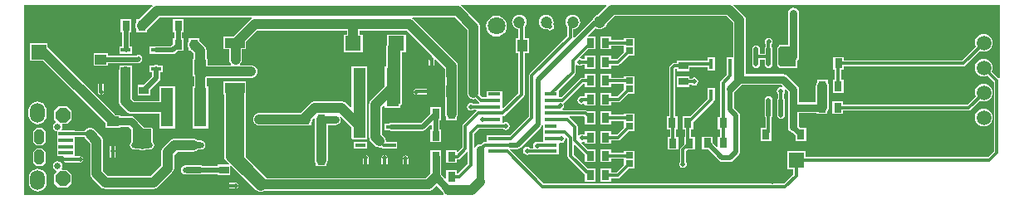
<source format=gtl>
%FSLAX25Y25*%
%MOIN*%
G70*
G01*
G75*
G04 Layer_Physical_Order=1*
G04 Layer_Color=255*
%ADD10R,0.05118X0.15748*%
%ADD11R,0.03937X0.03150*%
%ADD12R,0.03150X0.03937*%
%ADD13R,0.01969X0.07874*%
%ADD14O,0.01969X0.07874*%
%ADD15R,0.06299X0.05906*%
%ADD16R,0.01575X0.03937*%
%ADD17R,0.03150X0.02559*%
%ADD18R,0.03937X0.04724*%
%ADD19R,0.04724X0.03937*%
%ADD20R,0.07874X0.04134*%
%ADD21R,0.26772X0.25984*%
%ADD22O,0.08500X0.02362*%
%ADD23R,0.08500X0.02362*%
%ADD24R,0.03937X0.01575*%
%ADD25R,0.04724X0.05906*%
%ADD26C,0.04724*%
%ADD27R,0.05118X0.01260*%
%ADD28R,0.05906X0.01378*%
%ADD29P,0.06392X8X22.5*%
G04:AMPARAMS|DCode=30|XSize=39.37mil|YSize=59.06mil|CornerRadius=0mil|HoleSize=0mil|Usage=FLASHONLY|Rotation=180.000|XOffset=0mil|YOffset=0mil|HoleType=Round|Shape=Octagon|*
%AMOCTAGOND30*
4,1,8,0.00984,-0.02953,-0.00984,-0.02953,-0.01969,-0.01969,-0.01969,0.01969,-0.00984,0.02953,0.00984,0.02953,0.01969,0.01969,0.01969,-0.01969,0.00984,-0.02953,0.0*
%
%ADD30OCTAGOND30*%

%ADD31C,0.01181*%
%ADD32C,0.03937*%
%ADD33C,0.03150*%
%ADD34C,0.01969*%
%ADD35C,0.02362*%
%ADD36C,0.00600*%
%ADD37R,0.04764X0.28031*%
%ADD38R,0.04646X0.26732*%
%ADD39R,0.07356X0.27834*%
%ADD40R,0.05236X0.08032*%
%ADD41R,0.07244X0.06654*%
%ADD42C,0.07087*%
%ADD43R,0.05906X0.05906*%
%ADD44C,0.05906*%
%ADD45R,0.05906X0.05906*%
%ADD46O,0.05906X0.07874*%
%ADD47C,0.02559*%
%ADD48C,0.01969*%
G36*
X234778Y77166D02*
X231176Y73563D01*
X230708Y73370D01*
X230521Y73333D01*
X230000Y72985D01*
X229902Y72838D01*
X229845Y72795D01*
X229372Y72178D01*
X229250Y71885D01*
X229160Y71824D01*
X229160Y71824D01*
X221869Y64534D01*
X221725Y64562D01*
X221385Y64703D01*
Y67730D01*
X222007Y67812D01*
X222725Y68109D01*
X223342Y68583D01*
X223815Y69200D01*
X224113Y69918D01*
X224214Y70689D01*
X224113Y71460D01*
X223815Y72178D01*
X223342Y72795D01*
X222725Y73268D01*
X222007Y73565D01*
X221236Y73667D01*
X220465Y73565D01*
X219747Y73268D01*
X219130Y72795D01*
X218657Y72178D01*
X218359Y71460D01*
X218258Y70689D01*
X218359Y69918D01*
X218657Y69200D01*
X218977Y68782D01*
Y65129D01*
X203873Y50025D01*
X203612Y49634D01*
X203520Y49173D01*
X203520Y49173D01*
Y32585D01*
X195981Y25047D01*
X192971D01*
Y25063D01*
X186671D01*
Y22622D01*
D01*
D01*
D01*
X186671D01*
D01*
X186537Y22488D01*
X185850D01*
X185389Y22396D01*
X185233Y22291D01*
X184999Y22135D01*
X184999Y22135D01*
X184397Y21533D01*
X183976Y21617D01*
X183132Y21449D01*
X182415Y20971D01*
X181998Y20346D01*
X181519Y20491D01*
Y25761D01*
X183514Y27756D01*
X186671D01*
Y27740D01*
X192971D01*
Y27756D01*
X193282D01*
X193700Y27477D01*
X194315Y27355D01*
X194929Y27477D01*
X195450Y27825D01*
X195798Y28346D01*
X195920Y28960D01*
X195798Y29575D01*
X195450Y30096D01*
X194929Y30444D01*
X194315Y30566D01*
X193700Y30444D01*
X193412Y30251D01*
X192971Y30487D01*
Y32059D01*
X193134Y32874D01*
X193595Y32966D01*
X193985Y33227D01*
X201529Y40770D01*
X201529Y40770D01*
X201790Y41161D01*
X201881Y41622D01*
X201881Y41622D01*
Y58167D01*
X203572D01*
Y64073D01*
X201881D01*
Y68559D01*
X201912Y68583D01*
X202385Y69200D01*
X202683Y69918D01*
X202784Y70689D01*
X202683Y71460D01*
X202385Y72178D01*
X201912Y72795D01*
X201295Y73268D01*
X200577Y73565D01*
X199806Y73667D01*
X199035Y73565D01*
X198317Y73268D01*
X197700Y72795D01*
X197227Y72178D01*
X196929Y71460D01*
X196920Y71388D01*
X196848Y71280D01*
X196756Y70820D01*
X196848Y70359D01*
X196877Y70315D01*
X196929Y69918D01*
X197227Y69200D01*
X197700Y68583D01*
X198317Y68109D01*
X199035Y67812D01*
X199473Y67754D01*
Y64073D01*
X198454D01*
Y58167D01*
X199473D01*
Y42121D01*
X193433Y36081D01*
X192971Y36272D01*
Y37858D01*
D01*
Y37858D01*
X192971Y37858D01*
Y37976D01*
X192971D01*
Y40182D01*
X192971Y40182D01*
D01*
D01*
X192971Y40417D01*
Y40427D01*
Y40476D01*
X192971Y40535D01*
X192971Y40771D01*
X192971D01*
D01*
Y40771D01*
X192971D01*
D01*
Y42976D01*
X186671D01*
Y40771D01*
X186671Y40771D01*
X186671D01*
X186671Y40535D01*
Y40435D01*
Y40401D01*
X184924D01*
X183875Y41450D01*
X183911Y41537D01*
X183999Y42205D01*
Y68661D01*
X183911Y69330D01*
X183835Y69512D01*
X183653Y69952D01*
X183242Y70486D01*
X176761Y76968D01*
X176227Y77378D01*
X175862Y77529D01*
X175882Y77628D01*
X234587D01*
X234778Y77166D01*
D02*
G37*
G36*
X52577Y77155D02*
X52333Y76968D01*
X47088Y71723D01*
X46014D01*
Y70546D01*
X45944Y70455D01*
X45686Y69832D01*
X45599Y69164D01*
X45686Y68496D01*
X45944Y67874D01*
X46014Y67782D01*
Y66605D01*
X48012D01*
X48180Y66583D01*
X48347Y66605D01*
X50345D01*
Y67679D01*
X55227Y72561D01*
X92322D01*
X92428Y72305D01*
X92428Y72305D01*
X92206Y71960D01*
X91672Y71549D01*
X85135Y65013D01*
X81077D01*
Y59698D01*
X83285D01*
Y55669D01*
X83373Y55001D01*
X83631Y54379D01*
X84041Y53844D01*
X84103Y53797D01*
X83942Y53323D01*
X74547D01*
Y55963D01*
X74176D01*
Y59255D01*
X74088Y59923D01*
X73981Y60181D01*
X73830Y60546D01*
X73419Y61080D01*
X71345Y63155D01*
Y64229D01*
X69347D01*
X69180Y64251D01*
X69012Y64229D01*
X67014D01*
Y63052D01*
X66944Y62961D01*
X66686Y62338D01*
X66598Y61670D01*
X66686Y61002D01*
X66944Y60379D01*
X67014Y60288D01*
Y59111D01*
X68088D01*
X69013Y58186D01*
Y55963D01*
X68642D01*
Y48877D01*
X69238D01*
Y44883D01*
X68670D01*
Y27954D01*
X74969D01*
Y44883D01*
X74401D01*
Y48161D01*
X92041D01*
X92709Y48249D01*
X93332Y48507D01*
X93867Y48917D01*
X94277Y49452D01*
X94535Y50074D01*
X94623Y50742D01*
X94535Y51410D01*
X94277Y52033D01*
X93867Y52567D01*
X93332Y52978D01*
X92709Y53236D01*
X92041Y53323D01*
X87790D01*
X87630Y53797D01*
X87691Y53844D01*
X88102Y54379D01*
X88359Y55001D01*
X88447Y55669D01*
Y59698D01*
X90132D01*
Y62710D01*
X94566Y67143D01*
X130557D01*
Y65673D01*
X129398D01*
Y58587D01*
X136879D01*
Y65673D01*
X135720D01*
Y67143D01*
X154718D01*
X164598Y57264D01*
X164453Y56785D01*
X164062Y56708D01*
X163672Y56447D01*
X163410Y56056D01*
X163319Y55595D01*
Y51020D01*
X163410Y50559D01*
X163672Y50169D01*
X164062Y49907D01*
X164523Y49816D01*
X164984Y49907D01*
X165375Y50169D01*
X165636Y50559D01*
X165727Y51020D01*
Y55481D01*
X166189Y55672D01*
X169838Y52024D01*
Y48067D01*
X169930D01*
Y45653D01*
X169838D01*
Y39747D01*
X169930D01*
Y33829D01*
X170018Y33161D01*
X170276Y32538D01*
X170346Y32447D01*
Y31270D01*
X172344D01*
X172511Y31248D01*
X172679Y31270D01*
X174677D01*
Y32447D01*
X174747Y32538D01*
X175004Y33161D01*
X175092Y33829D01*
Y53000D01*
X175004Y53668D01*
X174956Y53786D01*
Y53973D01*
X174879D01*
X174842Y54061D01*
X174747Y54291D01*
X174337Y54826D01*
X157613Y71549D01*
X157078Y71960D01*
X156810Y72071D01*
X156856Y72305D01*
X156963Y72561D01*
X173867D01*
X178836Y67592D01*
Y42205D01*
X178924Y41537D01*
X179182Y40914D01*
X179592Y40380D01*
X180127Y39969D01*
X180749Y39711D01*
X181417Y39624D01*
X182085Y39711D01*
X182172Y39747D01*
X183574Y38345D01*
X183611Y38320D01*
X183466Y37842D01*
X181442D01*
X181024Y38121D01*
X180410Y38243D01*
X179795Y38121D01*
X179274Y37773D01*
X178926Y37252D01*
X178804Y36638D01*
X178926Y36023D01*
X179274Y35502D01*
X179795Y35154D01*
X180410Y35032D01*
X181024Y35154D01*
X181442Y35433D01*
X182410D01*
X182555Y34955D01*
X182518Y34930D01*
X177298Y29710D01*
X177037Y29319D01*
X176945Y28858D01*
X176945Y28858D01*
Y20263D01*
X175139Y18456D01*
X174677Y18647D01*
Y19255D01*
X170346D01*
Y14137D01*
X174677D01*
Y15492D01*
X175082D01*
X175082Y15492D01*
X175543Y15584D01*
X175933Y15845D01*
X178649Y18560D01*
X179111Y18369D01*
Y13806D01*
X175195Y9890D01*
X174677D01*
Y11245D01*
X170346D01*
Y8021D01*
X169884Y7830D01*
X168711Y9003D01*
X168705Y9048D01*
X168447Y9670D01*
X168420Y9706D01*
Y16696D01*
X168377Y16909D01*
Y19255D01*
X164047D01*
Y16909D01*
X164004Y16696D01*
Y9822D01*
X162146Y7964D01*
X98346D01*
X98338Y7983D01*
X97927Y8518D01*
X89931Y16515D01*
Y41587D01*
X90132D01*
Y46902D01*
X81077D01*
Y41587D01*
X81296D01*
Y15945D01*
X81483Y15493D01*
X81932Y15307D01*
X82269Y14868D01*
X83256Y13881D01*
X83065Y13419D01*
X78601D01*
Y12856D01*
X72689D01*
X72594Y12919D01*
X71903Y13056D01*
X65765D01*
X65074Y12919D01*
X64488Y12527D01*
X64096Y11941D01*
X63959Y11250D01*
X64096Y10559D01*
X64488Y9973D01*
X65074Y9581D01*
X65765Y9444D01*
X71903D01*
X72594Y9581D01*
X72689Y9644D01*
X78601D01*
Y9088D01*
X83719D01*
Y12765D01*
X84181Y12956D01*
X94002Y3136D01*
X94536Y2725D01*
X95159Y2468D01*
X95827Y2379D01*
X96495Y2468D01*
X97117Y2725D01*
X97217Y2802D01*
X163215D01*
X163883Y2889D01*
X164141Y2996D01*
X164506Y3147D01*
X165040Y3557D01*
X166476Y4993D01*
X168943Y2526D01*
X168949Y2482D01*
X169207Y1859D01*
X169436Y1560D01*
X169215Y1112D01*
X1112D01*
Y77628D01*
X52416D01*
X52577Y77155D01*
D02*
G37*
G36*
X392589Y48267D02*
X392127Y48076D01*
X389371Y50832D01*
X389612Y51415D01*
X389734Y52340D01*
X389612Y53265D01*
X389255Y54127D01*
X388687Y54867D01*
X387947Y55435D01*
X387085Y55792D01*
X386160Y55914D01*
X385235Y55792D01*
X384373Y55435D01*
X383633Y54867D01*
X383065Y54127D01*
X382708Y53265D01*
X382586Y52340D01*
X382708Y51415D01*
X383065Y50553D01*
X383633Y49813D01*
X384373Y49245D01*
X385235Y48888D01*
X386160Y48766D01*
X387085Y48888D01*
X387668Y49129D01*
X390252Y46545D01*
Y18806D01*
X387886Y16440D01*
X314676D01*
Y18779D01*
X307195D01*
Y11692D01*
X309731D01*
Y9505D01*
X305929Y5703D01*
X209582D01*
X196053Y19232D01*
X196142Y19678D01*
X199118D01*
X199118Y19678D01*
X199630Y19780D01*
X199732Y19800D01*
X200253Y20148D01*
Y20148D01*
X200253D01*
D01*
D01*
D01*
D01*
D01*
D01*
X200253D01*
D01*
X200253D01*
Y20148D01*
D01*
D01*
D01*
D01*
Y20148D01*
D01*
D01*
D01*
D01*
D01*
D01*
Y20148D01*
D01*
D01*
X200253D01*
D01*
D01*
D01*
D01*
D01*
X208379Y28274D01*
X208380Y28274D01*
X208728Y28795D01*
X208748Y28897D01*
X208812Y29218D01*
X209309Y29169D01*
Y27975D01*
X209309Y27975D01*
X209309D01*
X209309Y27740D01*
Y27622D01*
Y27622D01*
D01*
D01*
X209309D01*
D01*
Y25181D01*
X209309Y25181D01*
X209309Y25063D01*
X209309D01*
Y22857D01*
X209309Y22857D01*
X209309D01*
X209309Y22622D01*
X209175Y22488D01*
X207228D01*
X207228Y22488D01*
X207217Y22485D01*
X206890Y22550D01*
X206275Y22428D01*
X205754Y22080D01*
X205406Y21559D01*
X205284Y20945D01*
X205406Y20330D01*
X205191Y19929D01*
X204184D01*
X204088Y20072D01*
X203567Y20420D01*
X202953Y20543D01*
X202338Y20420D01*
X201817Y20072D01*
X201469Y19552D01*
X201347Y18937D01*
X201469Y18323D01*
X201817Y17802D01*
X202338Y17454D01*
X202953Y17331D01*
X203567Y17454D01*
X203667Y17520D01*
X209309D01*
Y17504D01*
X215609D01*
Y19945D01*
D01*
Y19945D01*
X215609Y19945D01*
Y20063D01*
X215609D01*
Y21809D01*
X215908Y22257D01*
X215995Y22329D01*
X216575Y22213D01*
X217189Y22335D01*
X217710Y22683D01*
X218058Y23204D01*
X218180Y23819D01*
X218153Y23955D01*
X218594Y24191D01*
X219111Y23674D01*
Y16985D01*
X219111Y16985D01*
X219202Y16524D01*
X219463Y16134D01*
X225997Y9600D01*
Y6578D01*
X230328D01*
Y11697D01*
X227306D01*
X221519Y17484D01*
Y21254D01*
X221981Y21446D01*
X225997Y17430D01*
Y14409D01*
X230328D01*
Y19527D01*
X227306D01*
X224683Y22150D01*
X224843Y22449D01*
X225457Y22572D01*
X225556Y22638D01*
X225997Y22402D01*
Y21729D01*
X230328D01*
Y26847D01*
X225997D01*
Y25492D01*
X225527D01*
X225457Y25539D01*
X224843Y25661D01*
X224228Y25539D01*
X223732Y25207D01*
X223485Y25339D01*
X223291Y25469D01*
Y28465D01*
X223199Y28925D01*
X222938Y29316D01*
Y29316D01*
X222938D01*
D01*
D01*
D01*
D01*
D01*
D01*
X222938Y29316D01*
D01*
X222938Y29316D01*
D01*
D01*
X222938D01*
D01*
D01*
Y29316D01*
D01*
X219883Y32371D01*
X219846Y32396D01*
X219991Y32874D01*
X225773D01*
X225997Y32650D01*
Y29629D01*
X230328D01*
Y34747D01*
X227306D01*
X227123Y34930D01*
X226733Y35191D01*
X226272Y35283D01*
X226272Y35283D01*
X217292D01*
X217147Y35761D01*
X217349Y35896D01*
X217697Y36417D01*
X217819Y37031D01*
X217697Y37646D01*
X217458Y38002D01*
X217492Y38084D01*
X217883Y38345D01*
X225471Y45934D01*
X225997D01*
Y44579D01*
X230328D01*
Y49697D01*
X225997D01*
Y48342D01*
X224973D01*
X224512Y48251D01*
X224355Y48146D01*
X224121Y47990D01*
X224121Y47989D01*
X216532Y40401D01*
X215609D01*
Y40435D01*
Y40535D01*
X215609Y40771D01*
X215609D01*
D01*
Y40771D01*
X215609D01*
D01*
Y42976D01*
X215609Y42976D01*
X215609D01*
X215542Y43136D01*
X222072Y49666D01*
X222333Y50056D01*
X222425Y50517D01*
Y53245D01*
X222880Y53550D01*
X223401Y53202D01*
X224016Y53079D01*
X224630Y53202D01*
X225048Y53481D01*
X225997D01*
Y51999D01*
X230328D01*
Y57117D01*
X225997D01*
Y55889D01*
X225048D01*
X224630Y56169D01*
X224016Y56291D01*
X223969Y56379D01*
X227306Y59717D01*
X230328D01*
Y64835D01*
X227365D01*
X227174Y65297D01*
X230193Y68316D01*
X230462Y68109D01*
X231180Y67812D01*
X231951Y67710D01*
X232722Y67812D01*
X233440Y68109D01*
X234057Y68583D01*
X234530Y69200D01*
X234826Y69913D01*
X238013Y73100D01*
X282856D01*
X285568Y70388D01*
Y56427D01*
X282919D01*
Y51309D01*
X283032D01*
Y49554D01*
X280658Y47180D01*
X280397Y46789D01*
X280305Y46328D01*
X280305Y46328D01*
Y32649D01*
X279344D01*
Y27531D01*
X280305D01*
Y24639D01*
X279344D01*
Y20870D01*
X278882Y20679D01*
X277376Y22185D01*
Y24639D01*
X273045D01*
Y19521D01*
X275499D01*
X280013Y15006D01*
X280013Y15006D01*
X280534Y14658D01*
Y14658D01*
X280534Y14658D01*
D01*
D01*
D01*
X280534D01*
Y14658D01*
D01*
X280534Y14658D01*
X280534Y14658D01*
X281149Y14536D01*
X284213D01*
X284213Y14536D01*
X284725Y14638D01*
X284827Y14658D01*
X285348Y15006D01*
X287868Y17526D01*
X287868Y17526D01*
X288100Y17874D01*
X288216Y18047D01*
X288338Y18661D01*
X288338Y18662D01*
Y33071D01*
X288216Y33685D01*
X287868Y34206D01*
X287868Y34206D01*
X285903Y36171D01*
Y42268D01*
X288773Y45139D01*
X288818Y45145D01*
X289440Y45403D01*
X289476Y45430D01*
X304873D01*
X305438Y44865D01*
X305202Y44424D01*
X304724Y44519D01*
X304110Y44397D01*
X303589Y44049D01*
X303241Y43528D01*
X303119Y42913D01*
X303241Y42299D01*
X303589Y41778D01*
X303597Y41773D01*
Y40308D01*
X303318Y39891D01*
X303196Y39276D01*
Y33371D01*
X303318Y32756D01*
X303666Y32235D01*
X304187Y31887D01*
X304801Y31765D01*
X305416Y31887D01*
X305937Y32235D01*
X306285Y32756D01*
X306407Y33371D01*
Y39276D01*
X306285Y39891D01*
X306006Y40308D01*
Y41996D01*
X306208Y42299D01*
X306330Y42913D01*
X306235Y43391D01*
X306676Y43627D01*
X307593Y42709D01*
Y28456D01*
X307762Y27611D01*
X308240Y26895D01*
X308956Y26416D01*
X309368Y26334D01*
X310592Y25110D01*
Y22941D01*
X314923D01*
Y28059D01*
X312753D01*
X312009Y28803D01*
Y34116D01*
X319092D01*
Y33747D01*
X323423D01*
Y34922D01*
X323615Y35172D01*
X323873Y35794D01*
X323961Y36463D01*
Y44828D01*
X323873Y45496D01*
X323615Y46119D01*
X323545Y46210D01*
Y47387D01*
X321547D01*
X321380Y47409D01*
X321212Y47387D01*
X319214D01*
Y46210D01*
X319144Y46119D01*
X318886Y45496D01*
X318798Y44828D01*
Y38531D01*
X312009D01*
Y43624D01*
X311841Y44469D01*
X311362Y45185D01*
X307348Y49199D01*
D01*
X307348Y49199D01*
D01*
D01*
D01*
X307348Y49199D01*
X307348Y49199D01*
X306632Y49678D01*
X305787Y49846D01*
X290731D01*
Y71457D01*
X290643Y72125D01*
X290567Y72307D01*
X290385Y72747D01*
X289975Y73282D01*
X285750Y77506D01*
X285792Y77628D01*
X392589D01*
Y48267D01*
D02*
G37*
%LPC*%
G36*
X8398Y28237D02*
X5839D01*
X4560Y26958D01*
Y22430D01*
X5839Y21151D01*
X8398D01*
X9678Y22430D01*
Y26958D01*
X8398Y28237D01*
D02*
G37*
G36*
X138577Y22478D02*
X133459D01*
Y19722D01*
X138577D01*
Y22478D01*
D02*
G37*
G36*
X10373Y62133D02*
X3287D01*
Y55047D01*
X8624D01*
X33617Y30054D01*
Y28192D01*
X36402D01*
X36570Y28170D01*
X36738Y28192D01*
X39523D01*
Y28543D01*
X42980D01*
X44125Y27399D01*
Y22600D01*
X44015Y22527D01*
X43624Y21941D01*
X43486Y21250D01*
X43624Y20559D01*
X44015Y19973D01*
X44601Y19581D01*
X45293Y19444D01*
X47167D01*
X47517Y19210D01*
X48362Y19042D01*
X49206Y19210D01*
X49556Y19444D01*
X51430D01*
X52122Y19581D01*
X52708Y19973D01*
X53099Y20559D01*
X53237Y21250D01*
X53099Y21941D01*
X52708Y22527D01*
X52647Y22568D01*
Y27716D01*
X52460Y28168D01*
X52008Y28356D01*
X49412D01*
X45456Y32312D01*
D01*
X45456Y32312D01*
D01*
D01*
D01*
X45456Y32312D01*
X45456Y32312D01*
X44739Y32791D01*
X43894Y32959D01*
X39523D01*
Y33310D01*
X37661D01*
X10556Y60415D01*
X10373Y60556D01*
Y62133D01*
D02*
G37*
G36*
X168377Y36388D02*
X164047D01*
Y33934D01*
X160298Y30186D01*
X148222D01*
X147608Y30064D01*
X147450Y29958D01*
X145663D01*
Y27202D01*
X147450D01*
X147608Y27097D01*
X148222Y26974D01*
X160963D01*
X160963Y26974D01*
X161476Y27076D01*
X161578Y27097D01*
X162099Y27445D01*
Y27445D01*
X162099D01*
D01*
D01*
D01*
D01*
D01*
D01*
X162099D01*
D01*
X162099D01*
Y27445D01*
D01*
D01*
D01*
D01*
Y27445D01*
D01*
D01*
D01*
D01*
D01*
D01*
Y27445D01*
D01*
D01*
X162099D01*
D01*
D01*
D01*
D01*
D01*
X164145Y29491D01*
X164606Y29299D01*
Y27495D01*
X164047D01*
Y22377D01*
X168377D01*
Y27495D01*
X167818D01*
Y31270D01*
X168377D01*
Y36388D01*
D02*
G37*
G36*
X41614Y53329D02*
X41199Y53275D01*
X39260D01*
Y51752D01*
X39121Y51416D01*
X39033Y50748D01*
Y38898D01*
X39121Y38230D01*
X39228Y37972D01*
X39379Y37607D01*
X39789Y37073D01*
X42269Y34593D01*
X42803Y34183D01*
X43114Y34054D01*
X43426Y33925D01*
X44094Y33837D01*
X55284D01*
Y27954D01*
X61583D01*
Y44883D01*
X55284D01*
Y38999D01*
X45163D01*
X44195Y39967D01*
Y50519D01*
X44378D01*
Y53275D01*
X42030D01*
X41614Y53329D01*
D02*
G37*
G36*
X386160Y35914D02*
X385235Y35792D01*
X384373Y35435D01*
X383633Y34867D01*
X383065Y34127D01*
X382708Y33265D01*
X382586Y32340D01*
X382708Y31415D01*
X383065Y30553D01*
X383633Y29813D01*
X384373Y29245D01*
X385235Y28888D01*
X386160Y28766D01*
X387085Y28888D01*
X387947Y29245D01*
X388687Y29813D01*
X389255Y30553D01*
X389612Y31415D01*
X389734Y32340D01*
X389612Y33265D01*
X389255Y34127D01*
X388687Y34867D01*
X387947Y35435D01*
X387085Y35792D01*
X386160Y35914D01*
D02*
G37*
G36*
X299801Y40882D02*
X299187Y40760D01*
X298666Y40411D01*
X298318Y39891D01*
X298196Y39276D01*
Y33371D01*
X298318Y32756D01*
X298597Y32338D01*
Y28065D01*
X296655D01*
Y22946D01*
X300986D01*
Y26388D01*
X301006Y26486D01*
X301006Y26486D01*
Y32338D01*
X301285Y32756D01*
X301407Y33371D01*
Y39276D01*
X301285Y39891D01*
X300937Y40411D01*
X300416Y40760D01*
X299801Y40882D01*
D02*
G37*
G36*
X236627Y34747D02*
X232296D01*
Y29629D01*
X236627D01*
Y30984D01*
X241660D01*
Y30206D01*
Y28267D01*
X238884Y25492D01*
X236627D01*
Y26847D01*
X232296D01*
Y21729D01*
X236627D01*
Y23083D01*
X239383D01*
X239383Y23083D01*
X239844Y23175D01*
X240235Y23436D01*
X243658Y26859D01*
X245990D01*
Y30206D01*
Y33946D01*
X241660D01*
Y33392D01*
X236627D01*
Y34747D01*
D02*
G37*
G36*
X36570Y24081D02*
X36109Y23990D01*
X35719Y23729D01*
X35457Y23338D01*
X35366Y22877D01*
Y18851D01*
X35337Y18707D01*
X35337Y18707D01*
Y14111D01*
X35429Y13650D01*
X35690Y13260D01*
X36081Y12999D01*
X36541Y12907D01*
X37002Y12999D01*
X37393Y13260D01*
X37654Y13650D01*
X37746Y14111D01*
Y18591D01*
X37774Y18735D01*
Y22877D01*
X37683Y23338D01*
X37422Y23729D01*
X37031Y23990D01*
X36570Y24081D01*
D02*
G37*
G36*
X14488Y14702D02*
X13758Y14557D01*
X13140Y14143D01*
X12727Y13525D01*
X12582Y12795D01*
X12727Y12066D01*
X13140Y11447D01*
X13758Y11034D01*
X13875Y11011D01*
X14020Y10532D01*
X13024Y9536D01*
Y5993D01*
X14796Y4221D01*
X18339D01*
X20111Y5993D01*
Y9536D01*
X18339Y11308D01*
X16274D01*
X16038Y11749D01*
X16250Y12066D01*
X16395Y12795D01*
X16250Y13525D01*
X15836Y14143D01*
X15218Y14557D01*
X14488Y14702D01*
D02*
G37*
G36*
X236627Y19527D02*
X232296D01*
Y14409D01*
X236627D01*
Y15763D01*
X241660D01*
Y15278D01*
Y13339D01*
X238662Y10342D01*
X236627D01*
Y11697D01*
X232296D01*
Y6578D01*
X236627D01*
Y7933D01*
X239161D01*
X239161Y7933D01*
X239622Y8025D01*
X240013Y8286D01*
X243658Y11931D01*
X245990D01*
Y15278D01*
Y19018D01*
X241660D01*
Y18172D01*
X236627D01*
Y19527D01*
D02*
G37*
G36*
X85939Y6159D02*
X81160D01*
X80699Y6067D01*
X80309Y5806D01*
X80047Y5415D01*
X79956Y4955D01*
X80047Y4494D01*
X80309Y4103D01*
X80699Y3842D01*
X81160Y3750D01*
X85939D01*
X86400Y3842D01*
X86790Y4103D01*
X87051Y4494D01*
X87143Y4955D01*
X87051Y5415D01*
X86790Y5806D01*
X86400Y6067D01*
X85939Y6159D01*
D02*
G37*
G36*
X6449Y11756D02*
X5524Y11634D01*
X4662Y11277D01*
X3922Y10709D01*
X3354Y9969D01*
X2997Y9107D01*
X2875Y8182D01*
Y6213D01*
X2997Y5289D01*
X3354Y4427D01*
X3922Y3686D01*
X4662Y3118D01*
X5524Y2761D01*
X6449Y2640D01*
X7374Y2761D01*
X8236Y3118D01*
X8976Y3686D01*
X9544Y4427D01*
X9901Y5289D01*
X10023Y6213D01*
Y8182D01*
X9901Y9107D01*
X9544Y9969D01*
X8976Y10709D01*
X8236Y11277D01*
X7374Y11634D01*
X6449Y11756D01*
D02*
G37*
G36*
X18339Y36899D02*
X14796D01*
X13024Y35127D01*
Y31584D01*
X13783Y30825D01*
X13734Y30328D01*
X13140Y29931D01*
X12727Y29312D01*
X12582Y28583D01*
X12727Y27853D01*
X13140Y27234D01*
X13758Y26821D01*
X14226Y26728D01*
Y24497D01*
Y22291D01*
X14226Y22291D01*
X14226D01*
X14226Y21938D01*
X14226Y21938D01*
D01*
D01*
Y21938D01*
X14226D01*
D01*
Y19733D01*
X14226Y19733D01*
X14226D01*
X14226Y19379D01*
X14226Y19379D01*
D01*
D01*
Y19379D01*
X14226D01*
D01*
Y16820D01*
X16632D01*
X16840Y16509D01*
X16909Y16379D01*
X16657Y16001D01*
X16565Y15540D01*
X16657Y15079D01*
X16918Y14689D01*
X17309Y14428D01*
X17769Y14336D01*
X23515D01*
X23976Y14428D01*
X24366Y14689D01*
X24627Y15079D01*
X24719Y15540D01*
X24627Y16001D01*
X24366Y16392D01*
X23976Y16653D01*
X23515Y16745D01*
X21388D01*
X21313Y16820D01*
X21313Y17098D01*
X21313D01*
D01*
Y17098D01*
X21313D01*
D01*
Y19025D01*
X21313D01*
D01*
D01*
Y19025D01*
D01*
D01*
X21313Y19379D01*
D01*
Y19379D01*
D01*
Y19379D01*
D01*
D01*
Y19379D01*
X21313Y19635D01*
X21313Y19733D01*
X21313D01*
D01*
Y19733D01*
X21313D01*
D01*
Y21584D01*
X21313D01*
D01*
D01*
Y21584D01*
D01*
D01*
X21313Y21938D01*
D01*
Y21938D01*
D01*
Y21938D01*
D01*
D01*
D01*
D01*
D01*
X21313Y22188D01*
X21313Y22291D01*
X21313D01*
D01*
Y22291D01*
X21313D01*
D01*
Y24497D01*
Y24502D01*
X25184D01*
X25284Y24261D01*
X25695Y23726D01*
X27498Y21923D01*
Y9724D01*
X27586Y9056D01*
X27714Y8745D01*
X27843Y8434D01*
X28254Y7899D01*
X31728Y4425D01*
X32263Y4015D01*
X32627Y3864D01*
X32885Y3757D01*
X33553Y3669D01*
X52825D01*
X53493Y3757D01*
X53804Y3886D01*
X54115Y4015D01*
X54650Y4425D01*
X60408Y10183D01*
X60818Y10717D01*
X61000Y11157D01*
X61076Y11340D01*
X61164Y12008D01*
Y17317D01*
X62516Y18669D01*
X68834D01*
X69502Y18757D01*
X70125Y19015D01*
X70659Y19425D01*
X70673Y19444D01*
X71903D01*
X72594Y19581D01*
X73180Y19973D01*
X73572Y20559D01*
X73709Y21250D01*
X73572Y21941D01*
X73180Y22527D01*
X72594Y22919D01*
X71903Y23056D01*
X70673D01*
X70659Y23075D01*
X70125Y23485D01*
X69502Y23743D01*
X68834Y23831D01*
X61447D01*
X60779Y23743D01*
X60521Y23636D01*
X60156Y23485D01*
X59622Y23075D01*
X56758Y20211D01*
X56347Y19676D01*
X56252Y19446D01*
X56090Y19054D01*
X56002Y18386D01*
Y13077D01*
X51756Y8831D01*
X34622D01*
X32660Y10793D01*
Y22992D01*
X32572Y23660D01*
X32314Y24283D01*
X32314Y24283D01*
D01*
D01*
D01*
D01*
X32314Y24283D01*
D01*
D01*
Y24283D01*
D01*
X32314D01*
D01*
X32314D01*
D01*
D01*
X31904Y24817D01*
X29345Y27376D01*
X28810Y27786D01*
X28188Y28044D01*
X27520Y28132D01*
X26852Y28044D01*
X26229Y27786D01*
X25695Y27376D01*
X25337Y26911D01*
X21313D01*
Y27056D01*
X16248D01*
X16012Y27497D01*
X16250Y27853D01*
X16395Y28583D01*
X16250Y29312D01*
X16211Y29371D01*
X16446Y29812D01*
X18339D01*
X20111Y31584D01*
Y35127D01*
X18339Y36899D01*
D02*
G37*
G36*
X278195Y44222D02*
X275439D01*
Y39852D01*
X268296Y32709D01*
X265274D01*
Y27591D01*
X266235D01*
Y24549D01*
X265891D01*
Y21528D01*
X264581Y20218D01*
X264320Y19827D01*
X264229Y19367D01*
X264229Y19367D01*
Y14694D01*
X263950Y14276D01*
X263827Y13661D01*
X263950Y13047D01*
X264298Y12526D01*
X264819Y12178D01*
X265433Y12056D01*
X266048Y12178D01*
X266568Y12526D01*
X266916Y13047D01*
X267039Y13661D01*
X266916Y14276D01*
X266637Y14694D01*
Y18868D01*
X267200Y19431D01*
X270222D01*
Y24549D01*
X268644D01*
Y27591D01*
X269605D01*
Y30612D01*
X277668Y38675D01*
X277929Y39066D01*
X277937Y39104D01*
X278195D01*
Y44222D01*
D02*
G37*
G36*
X8398Y19970D02*
X5839D01*
X4560Y18690D01*
Y14162D01*
X5839Y12883D01*
X8398D01*
X9678Y14162D01*
Y18690D01*
X8398Y19970D01*
D02*
G37*
G36*
X154035Y17089D02*
X153574Y16998D01*
X153183Y16737D01*
X152922Y16346D01*
X152830Y15885D01*
Y12076D01*
X152922Y11615D01*
X153183Y11224D01*
X153574Y10963D01*
X154035Y10871D01*
X154496Y10963D01*
X154886Y11224D01*
X155147Y11615D01*
X155239Y12076D01*
Y15885D01*
X155147Y16346D01*
X154886Y16737D01*
X154496Y16998D01*
X154035Y17089D01*
D02*
G37*
G36*
X138129Y17325D02*
X137668Y17233D01*
X137277Y16972D01*
X137016Y16582D01*
X136925Y16121D01*
Y12076D01*
X137016Y11615D01*
X137277Y11224D01*
X137668Y10963D01*
X138129Y10871D01*
X138590Y10963D01*
X138980Y11224D01*
X139241Y11615D01*
X139333Y12076D01*
Y16121D01*
X139241Y16582D01*
X138980Y16972D01*
X138590Y17233D01*
X138129Y17325D01*
D02*
G37*
G36*
X145649Y17286D02*
X145188Y17195D01*
X144797Y16933D01*
X144536Y16543D01*
X144445Y16082D01*
Y12076D01*
X144536Y11615D01*
X144797Y11224D01*
X145188Y10963D01*
X145649Y10871D01*
X146110Y10963D01*
X146500Y11224D01*
X146761Y11615D01*
X146853Y12076D01*
Y16082D01*
X146761Y16543D01*
X146500Y16933D01*
X146110Y17195D01*
X145649Y17286D01*
D02*
G37*
G36*
X6371Y38795D02*
X5446Y38674D01*
X4584Y38317D01*
X3844Y37749D01*
X3275Y37008D01*
X2919Y36146D01*
X2797Y35221D01*
Y33253D01*
X2919Y32328D01*
X3275Y31466D01*
X3844Y30726D01*
X4584Y30158D01*
X5446Y29801D01*
X6371Y29679D01*
X7296Y29801D01*
X8157Y30158D01*
X8898Y30726D01*
X9466Y31466D01*
X9823Y32328D01*
X9944Y33253D01*
Y35221D01*
X9823Y36146D01*
X9466Y37008D01*
X8898Y37749D01*
X8157Y38317D01*
X7296Y38674D01*
X6371Y38795D01*
D02*
G37*
G36*
X236627Y64835D02*
X232296D01*
Y59717D01*
X236627D01*
Y61071D01*
X241660D01*
Y60528D01*
Y58589D01*
X238833Y55762D01*
X236627D01*
Y57117D01*
X232296D01*
Y51999D01*
X236627D01*
Y53354D01*
X239331D01*
X239332Y53354D01*
X239792Y53446D01*
X240183Y53707D01*
X243658Y57182D01*
X245990D01*
Y60528D01*
Y64268D01*
X241660D01*
Y63480D01*
X236627D01*
Y64835D01*
D02*
G37*
G36*
X44046Y71723D02*
X39715D01*
Y66605D01*
X40275D01*
Y60755D01*
X39260D01*
Y57999D01*
X41199D01*
X41266Y57955D01*
X41880Y57832D01*
X42495Y57955D01*
X42561Y57999D01*
X44378D01*
Y60755D01*
X43486D01*
Y66605D01*
X44046D01*
Y71723D01*
D02*
G37*
G36*
X31815Y58218D02*
X31530Y58180D01*
X28847D01*
Y53062D01*
X31632D01*
X31800Y53040D01*
X31968Y53062D01*
X34753D01*
Y54031D01*
X46582D01*
X46582Y54031D01*
X47094Y54133D01*
X47196Y54153D01*
X47717Y54501D01*
Y54501D01*
X47717D01*
D01*
D01*
D01*
D01*
D01*
D01*
X47717D01*
D01*
X47717D01*
Y54501D01*
D01*
D01*
D01*
D01*
Y54501D01*
D01*
D01*
D01*
D01*
D01*
D01*
Y54501D01*
D01*
D01*
X47717D01*
D01*
D01*
D01*
X47986Y54770D01*
X48334Y55291D01*
X48354Y55393D01*
X48456Y55905D01*
X48334Y56520D01*
X47986Y57041D01*
X47465Y57389D01*
X46850Y57511D01*
X46338Y57409D01*
X46236Y57389D01*
X46016Y57242D01*
X34753D01*
Y58180D01*
X32101D01*
X31815Y58218D01*
D02*
G37*
G36*
X278195Y56427D02*
X275439D01*
Y55072D01*
X268055D01*
Y55222D01*
X262937D01*
Y54261D01*
X261876D01*
X261876Y54261D01*
X261415Y54169D01*
X261024Y53908D01*
X260289Y53173D01*
X260028Y52782D01*
X259936Y52321D01*
X259936Y52321D01*
Y32709D01*
X258975D01*
Y27591D01*
X260159D01*
Y24549D01*
X259198D01*
Y19431D01*
X263529D01*
Y24549D01*
X262568D01*
Y27591D01*
X263306D01*
Y32709D01*
X262345D01*
Y51823D01*
X262375Y51853D01*
X262937D01*
Y50892D01*
X268055D01*
Y52664D01*
X275439D01*
Y51309D01*
X278195D01*
Y56427D01*
D02*
G37*
G36*
X299878Y64322D02*
X299264Y64200D01*
X298743Y63852D01*
X298395Y63331D01*
X298272Y62717D01*
X298395Y62102D01*
X298597Y61799D01*
Y60781D01*
X298318Y60363D01*
X298196Y59749D01*
Y58000D01*
X296407D01*
Y59749D01*
X296285Y60363D01*
X295937Y60884D01*
X295416Y61232D01*
X294801Y61354D01*
X294187Y61232D01*
X293666Y60884D01*
X293318Y60363D01*
X293196Y59749D01*
Y53843D01*
X293318Y53228D01*
X293666Y52708D01*
X294187Y52359D01*
X294801Y52237D01*
X295416Y52359D01*
X295937Y52708D01*
X296285Y53228D01*
X296407Y53843D01*
Y55591D01*
X298196D01*
Y53843D01*
X298318Y53228D01*
X298666Y52708D01*
X299187Y52359D01*
X299801Y52237D01*
X300416Y52359D01*
X300937Y52708D01*
X301285Y53228D01*
X301407Y53843D01*
Y59749D01*
X301285Y60363D01*
X301006Y60781D01*
Y61576D01*
X301013Y61581D01*
X301361Y62102D01*
X301484Y62717D01*
X301361Y63331D01*
X301013Y63852D01*
X300493Y64200D01*
X299878Y64322D01*
D02*
G37*
G36*
X190563Y73210D02*
X189484Y73067D01*
X188478Y72651D01*
X187615Y71988D01*
X186952Y71125D01*
X186536Y70119D01*
X186394Y69040D01*
X186536Y67961D01*
X186952Y66955D01*
X187615Y66092D01*
X188478Y65429D01*
X189484Y65013D01*
X190563Y64871D01*
X191642Y65013D01*
X192648Y65429D01*
X193511Y66092D01*
X194174Y66955D01*
X194591Y67961D01*
X194733Y69040D01*
X194591Y70119D01*
X194174Y71125D01*
X193511Y71988D01*
X192648Y72651D01*
X191642Y73067D01*
X190563Y73210D01*
D02*
G37*
G36*
X210521Y73667D02*
X209750Y73565D01*
X209032Y73268D01*
X208415Y72795D01*
X207942Y72178D01*
X207644Y71460D01*
X207543Y70689D01*
X207644Y69918D01*
X207942Y69200D01*
X208415Y68583D01*
X209032Y68109D01*
X209750Y67812D01*
X210521Y67710D01*
X210984Y67772D01*
X210991Y67762D01*
X211511Y67414D01*
X212126Y67292D01*
X212740Y67414D01*
X213261Y67762D01*
X213609Y68283D01*
X213732Y68898D01*
X213609Y69512D01*
X213375Y69863D01*
X213398Y69918D01*
X213499Y70689D01*
X213398Y71460D01*
X213100Y72178D01*
X212627Y72795D01*
X212010Y73268D01*
X211292Y73565D01*
X210521Y73667D01*
D02*
G37*
G36*
X65006Y71723D02*
X60675D01*
Y66605D01*
X61275D01*
Y64229D01*
X60715D01*
Y61775D01*
X59922Y60983D01*
X54024D01*
X53410Y60860D01*
X53252Y60755D01*
X51465D01*
Y57999D01*
X53252D01*
X53410Y57893D01*
X54024Y57771D01*
X60587D01*
X60587Y57771D01*
X61100Y57873D01*
X61202Y57893D01*
X61723Y58241D01*
Y58241D01*
X61723D01*
D01*
D01*
D01*
D01*
D01*
D01*
X61723D01*
D01*
X61723D01*
Y58241D01*
D01*
D01*
D01*
D01*
Y58241D01*
D01*
D01*
D01*
D01*
D01*
D01*
Y58241D01*
D01*
D01*
X61723D01*
D01*
D01*
D01*
D01*
D01*
X62592Y59111D01*
X65046D01*
Y64229D01*
X64486D01*
Y66605D01*
X65006D01*
Y71723D01*
D02*
G37*
G36*
X386160Y65914D02*
X385235Y65792D01*
X384373Y65435D01*
X383633Y64867D01*
X383065Y64127D01*
X382708Y63265D01*
X382586Y62340D01*
X382708Y61415D01*
X382949Y60832D01*
X377409Y55292D01*
X329994D01*
Y56647D01*
X325663D01*
Y51529D01*
X326475D01*
Y47387D01*
X325514D01*
Y42269D01*
X329844D01*
Y47387D01*
X328883D01*
Y51529D01*
X329994D01*
Y52884D01*
X377908D01*
X377908Y52884D01*
X378369Y52975D01*
X378760Y53236D01*
X384652Y59129D01*
X385235Y58888D01*
X386160Y58766D01*
X387085Y58888D01*
X387947Y59245D01*
X388687Y59813D01*
X389255Y60553D01*
X389612Y61415D01*
X389734Y62340D01*
X389612Y63265D01*
X389255Y64127D01*
X388687Y64867D01*
X387947Y65435D01*
X387085Y65792D01*
X386160Y65914D01*
D02*
G37*
G36*
X309801Y76501D02*
X308956Y76333D01*
X308240Y75854D01*
X307762Y75138D01*
X307593Y74293D01*
Y61624D01*
X304606D01*
X304154Y61436D01*
X304025Y61124D01*
X303666Y60884D01*
X303318Y60363D01*
X303196Y59749D01*
Y53843D01*
X303318Y53228D01*
X303666Y52708D01*
X304187Y52359D01*
X304801Y52237D01*
X305185Y52314D01*
X308226D01*
Y52268D01*
X311376D01*
Y55255D01*
X311841Y55951D01*
X312009Y56796D01*
Y74293D01*
X311841Y75138D01*
X311362Y75854D01*
X310646Y76333D01*
X309801Y76501D01*
D02*
G37*
G36*
X386160Y45914D02*
X385235Y45792D01*
X384373Y45435D01*
X383633Y44867D01*
X383065Y44127D01*
X382708Y43265D01*
X382586Y42340D01*
X382708Y41415D01*
X382949Y40832D01*
X379627Y37510D01*
X329722D01*
Y38865D01*
X325392D01*
Y33747D01*
X329722D01*
Y35102D01*
X380126D01*
X380126Y35102D01*
X380587Y35193D01*
X380978Y35454D01*
X384652Y39129D01*
X385235Y38888D01*
X386160Y38766D01*
X387085Y38888D01*
X387947Y39245D01*
X388687Y39813D01*
X389255Y40553D01*
X389612Y41415D01*
X389734Y42340D01*
X389612Y43265D01*
X389255Y44127D01*
X388687Y44867D01*
X387947Y45435D01*
X387085Y45792D01*
X386160Y45914D01*
D02*
G37*
G36*
X230328Y42167D02*
X225997D01*
Y40812D01*
X225080D01*
X225016Y40799D01*
X224724Y40858D01*
X224110Y40735D01*
X223589Y40387D01*
X223241Y39866D01*
X223119Y39252D01*
X223241Y38638D01*
X223589Y38117D01*
X224110Y37769D01*
X224724Y37646D01*
X225339Y37769D01*
X225556Y37914D01*
X225997Y37678D01*
Y37049D01*
X230328D01*
Y42167D01*
D02*
G37*
G36*
X154202Y65673D02*
X146721D01*
Y64809D01*
X146605Y64528D01*
Y61652D01*
X146451Y61281D01*
X146363Y60613D01*
Y52962D01*
X145795D01*
Y44998D01*
X140222Y39425D01*
X139812Y38890D01*
X139717Y38660D01*
X139554Y38268D01*
X139466Y37600D01*
Y24449D01*
X139466Y24449D01*
X139466D01*
X139554Y23781D01*
X139812Y23158D01*
X140222Y22624D01*
D01*
X140222D01*
X140222Y22624D01*
X140222D01*
Y22624D01*
X140222Y22624D01*
Y22624D01*
X141767Y21079D01*
X142301Y20669D01*
X142924Y20411D01*
X143592Y20323D01*
X144260Y20411D01*
X144346Y20447D01*
X144545Y20248D01*
X144545Y20248D01*
X144779Y20092D01*
X144935Y19987D01*
X145396Y19896D01*
X145663D01*
Y19722D01*
X150781D01*
Y22478D01*
X146496D01*
X146166Y22854D01*
X146173Y22904D01*
X146085Y23572D01*
X145827Y24195D01*
X145417Y24730D01*
X144628Y25518D01*
Y36531D01*
X145333Y37235D01*
X145795Y37044D01*
Y36033D01*
X152094D01*
Y37241D01*
X152342Y37343D01*
X152529Y37795D01*
Y58587D01*
X154202D01*
Y65673D01*
D02*
G37*
G36*
X138708Y52962D02*
X132409D01*
Y36492D01*
X131947Y36301D01*
X130212Y38036D01*
X129677Y38446D01*
X129366Y38575D01*
X129055Y38704D01*
X128387Y38792D01*
X117672D01*
X117004Y38704D01*
X116822Y38629D01*
X116381Y38446D01*
X115847Y38036D01*
X112182Y34372D01*
X112100Y34265D01*
X103896D01*
X103468Y34208D01*
X95460D01*
X94792Y34120D01*
X94169Y33862D01*
X93634Y33452D01*
X93224Y32918D01*
X92966Y32295D01*
X92879Y31627D01*
X92966Y30959D01*
X93224Y30336D01*
X93634Y29802D01*
X94169Y29392D01*
X94792Y29134D01*
X95460Y29046D01*
X103840D01*
X104008Y29068D01*
X106793D01*
Y29102D01*
X114008D01*
X114175Y29124D01*
X116173D01*
Y30302D01*
X116243Y30393D01*
X116501Y31015D01*
X116558Y31446D01*
X117317Y32206D01*
X117765Y31984D01*
X117726Y31683D01*
Y15357D01*
X117814Y14689D01*
X118071Y14066D01*
X118138Y13979D01*
Y12794D01*
X120163D01*
X120307Y12776D01*
X120451Y12794D01*
X122469D01*
Y13971D01*
X122542Y14066D01*
X122800Y14689D01*
X122888Y15357D01*
Y29210D01*
X125827D01*
X126672Y29378D01*
X127388Y29856D01*
X127866Y30572D01*
X128034Y31417D01*
X127866Y32262D01*
X127635Y32609D01*
X128021Y32926D01*
X132471Y28477D01*
Y24094D01*
X132658Y23642D01*
X133110Y23455D01*
X137874D01*
X137890Y23462D01*
X138577D01*
Y26218D01*
X138513D01*
Y27202D01*
X138577D01*
Y28413D01*
X138599Y28580D01*
X138577Y28748D01*
Y29958D01*
X138513D01*
Y36033D01*
X138708D01*
Y52962D01*
D02*
G37*
G36*
X236627Y49697D02*
X232296D01*
Y44579D01*
X236627D01*
Y45934D01*
X241660D01*
Y45288D01*
Y43349D01*
X239123Y40812D01*
X236627D01*
Y42167D01*
X232296D01*
Y37049D01*
X236627D01*
Y38404D01*
X239621D01*
X239621Y38404D01*
X240082Y38495D01*
X240473Y38756D01*
X243658Y41941D01*
X245990D01*
Y45288D01*
Y49028D01*
X241660D01*
Y48342D01*
X236627D01*
Y49697D01*
D02*
G37*
G36*
X164523Y43904D02*
X158487D01*
X158027Y43813D01*
X157636Y43551D01*
X157375Y43161D01*
X157283Y42700D01*
X157375Y42239D01*
X157636Y41848D01*
X158027Y41587D01*
X158487Y41496D01*
X164523D01*
X164984Y41587D01*
X165375Y41848D01*
X165636Y42239D01*
X165727Y42700D01*
X165636Y43161D01*
X165375Y43551D01*
X164984Y43813D01*
X164523Y43904D01*
D02*
G37*
G36*
X268055Y48923D02*
X262937D01*
Y44592D01*
X268055D01*
Y45567D01*
X268889D01*
X269307Y45288D01*
X269921Y45166D01*
X270536Y45288D01*
X271057Y45636D01*
X271405Y46157D01*
X271527Y46772D01*
X271405Y47386D01*
X271057Y47907D01*
X270536Y48255D01*
X269921Y48377D01*
X269307Y48255D01*
X268889Y47976D01*
X268055D01*
Y48923D01*
D02*
G37*
G36*
X54024Y53502D02*
X53410Y53380D01*
X53252Y53275D01*
X51465D01*
Y50519D01*
X52418D01*
Y48776D01*
X49035Y45392D01*
X46581D01*
Y41061D01*
X51699D01*
Y43515D01*
X55159Y46975D01*
X55159Y46975D01*
X55507Y47496D01*
X55630Y48110D01*
Y50519D01*
X56583D01*
Y53275D01*
X54796D01*
X54638Y53380D01*
X54024Y53502D01*
D02*
G37*
G36*
X31800Y48951D02*
X31339Y48860D01*
X30948Y48599D01*
X30687Y48208D01*
X30596Y47747D01*
Y42688D01*
X30687Y42227D01*
X30948Y41837D01*
X31339Y41576D01*
X31800Y41484D01*
X32261Y41576D01*
X32651Y41837D01*
X32913Y42227D01*
X33004Y42688D01*
Y47747D01*
X32913Y48208D01*
X32651Y48599D01*
X32261Y48860D01*
X31800Y48951D01*
D02*
G37*
%LPD*%
D10*
X71819Y36418D02*
D03*
X58434D02*
D03*
X135559Y44497D02*
D03*
X148944D02*
D03*
D11*
X49140Y36533D02*
D03*
Y43227D02*
D03*
X265496Y46758D02*
D03*
Y53057D02*
D03*
X154035Y12076D02*
D03*
Y5383D02*
D03*
X145649Y12076D02*
D03*
Y5383D02*
D03*
X138129D02*
D03*
Y12076D02*
D03*
X81160Y4955D02*
D03*
Y11254D02*
D03*
D12*
X321258Y36306D02*
D03*
X327557D02*
D03*
X327679Y44828D02*
D03*
X321380D02*
D03*
X321530Y54088D02*
D03*
X327829D02*
D03*
X312758Y25499D02*
D03*
X306065D02*
D03*
X298821Y25505D02*
D03*
X292128D02*
D03*
X281510Y22080D02*
D03*
X275210D02*
D03*
Y30090D02*
D03*
X281510D02*
D03*
X261364Y21990D02*
D03*
X268057D02*
D03*
X261140Y30150D02*
D03*
X267440D02*
D03*
X228162Y9138D02*
D03*
X234462D02*
D03*
X228162Y16968D02*
D03*
X234462D02*
D03*
X228162Y24288D02*
D03*
X234462D02*
D03*
X228162Y32188D02*
D03*
X234462D02*
D03*
X228162Y39608D02*
D03*
X234462D02*
D03*
X228162Y47138D02*
D03*
X234462D02*
D03*
X228162Y54558D02*
D03*
X234462D02*
D03*
X228162Y62276D02*
D03*
X234462D02*
D03*
X172511Y24936D02*
D03*
X166212D02*
D03*
Y16696D02*
D03*
X172511D02*
D03*
X166212Y8686D02*
D03*
X172511D02*
D03*
X114008Y31683D02*
D03*
X120307D02*
D03*
X114003Y23458D02*
D03*
X120303D02*
D03*
X113611Y15353D02*
D03*
X120304D02*
D03*
X62880Y61670D02*
D03*
X69180D02*
D03*
X69140Y69164D02*
D03*
X62840D02*
D03*
X41880D02*
D03*
X48180D02*
D03*
X172511Y33829D02*
D03*
X166212D02*
D03*
D13*
X309801Y56796D02*
D03*
D14*
X294801Y36323D02*
D03*
X299801D02*
D03*
X304801D02*
D03*
X309801D02*
D03*
X294801Y56796D02*
D03*
X299801D02*
D03*
X304801D02*
D03*
D15*
X293613Y15235D02*
D03*
X310936D02*
D03*
X150461Y62130D02*
D03*
X133139D02*
D03*
D16*
X284297Y53868D02*
D03*
X276817D02*
D03*
X280557D02*
D03*
X276817Y41663D02*
D03*
X284297D02*
D03*
D17*
X250124Y17148D02*
D03*
X243825D02*
D03*
X250124Y13802D02*
D03*
X243825D02*
D03*
X250124Y32076D02*
D03*
X243825D02*
D03*
X250124Y28729D02*
D03*
X243825D02*
D03*
X250124Y47158D02*
D03*
X243825D02*
D03*
X250124Y43812D02*
D03*
X243825D02*
D03*
X250124Y62398D02*
D03*
X243825D02*
D03*
X250124Y59052D02*
D03*
X243825D02*
D03*
D18*
X201013Y61120D02*
D03*
X208887D02*
D03*
X164523Y51020D02*
D03*
X172397D02*
D03*
X164523Y42700D02*
D03*
X172397D02*
D03*
D19*
X103840Y31627D02*
D03*
Y23753D02*
D03*
X31800Y47747D02*
D03*
Y55621D02*
D03*
X36541Y14111D02*
D03*
Y6237D02*
D03*
X36570Y22877D02*
D03*
Y30751D02*
D03*
D20*
X85605Y44245D02*
D03*
X85605Y62355D02*
D03*
D21*
X111195Y53300D02*
D03*
D22*
X68834Y11250D02*
D03*
Y16250D02*
D03*
Y21250D02*
D03*
X48362Y6250D02*
D03*
Y11250D02*
D03*
Y16250D02*
D03*
Y21250D02*
D03*
D23*
X68834Y6250D02*
D03*
D24*
X54024Y51897D02*
D03*
Y59377D02*
D03*
Y55637D02*
D03*
X41819D02*
D03*
Y59377D02*
D03*
Y51897D02*
D03*
X148222Y21100D02*
D03*
Y28580D02*
D03*
Y24840D02*
D03*
X136018D02*
D03*
Y28580D02*
D03*
Y21100D02*
D03*
D25*
X62146Y52420D02*
D03*
X71594D02*
D03*
D26*
X242666Y70689D02*
D03*
X231951D02*
D03*
X221236D02*
D03*
X210521D02*
D03*
X199806D02*
D03*
D27*
X212459Y18724D02*
D03*
Y21283D02*
D03*
Y23842D02*
D03*
Y26401D02*
D03*
Y28960D02*
D03*
Y31519D02*
D03*
Y34079D02*
D03*
Y36638D02*
D03*
Y39197D02*
D03*
X189821Y18724D02*
D03*
Y21283D02*
D03*
Y23842D02*
D03*
Y26401D02*
D03*
Y28960D02*
D03*
Y31519D02*
D03*
Y34079D02*
D03*
Y36638D02*
D03*
Y39197D02*
D03*
X212459Y41756D02*
D03*
X189821D02*
D03*
D28*
X17769Y25776D02*
D03*
Y15540D02*
D03*
Y18099D02*
D03*
Y23217D02*
D03*
Y20658D02*
D03*
D29*
X16567Y33355D02*
D03*
Y7765D02*
D03*
D30*
X7119Y16426D02*
D03*
Y24694D02*
D03*
D31*
X164523Y51020D02*
Y55595D01*
X158487Y42700D02*
X164523D01*
X36541Y18707D02*
X36570Y18735D01*
X36541Y14111D02*
Y18707D01*
X36570Y18735D02*
Y22877D01*
X81160Y4955D02*
X85939D01*
X185850Y21283D02*
X196142D01*
X220181Y69634D02*
X221236Y70689D01*
X220181Y64630D02*
Y69634D01*
X200677Y41622D02*
Y69818D01*
X199806Y70689D02*
X200677Y69818D01*
X212126Y68898D02*
Y69084D01*
X154035Y12076D02*
Y15885D01*
X145649Y12076D02*
Y16082D01*
X138129Y12076D02*
Y16121D01*
X17769Y15540D02*
X23515D01*
X31800Y42688D02*
Y47747D01*
X143592Y22904D02*
X145396Y21100D01*
X62860Y69016D02*
X62880Y68995D01*
X261140Y30150D02*
X261364Y29927D01*
Y21990D02*
Y29927D01*
X261140Y30150D02*
Y52321D01*
X261876Y53057D01*
X276817Y39527D02*
Y41663D01*
X267440Y30150D02*
X276817Y39527D01*
X267440Y21373D02*
Y30150D01*
X265433Y19367D02*
X267440Y21373D01*
X265433Y13661D02*
Y19367D01*
X299801Y56796D02*
Y62793D01*
X294801Y56796D02*
X299801D01*
X204724Y49173D02*
X220181Y64630D01*
X204724Y32087D02*
Y49173D01*
X284236Y49055D02*
Y53807D01*
X281510Y46328D02*
X284236Y49055D01*
X281510Y30090D02*
Y46328D01*
X181417Y42205D02*
X184425Y39197D01*
X189821D01*
X265496Y46758D02*
X265510Y46772D01*
X269921D01*
X304724Y42913D02*
X304801Y42836D01*
Y36323D02*
Y42836D01*
X276817Y39651D02*
Y41663D01*
X265496Y53057D02*
X266307Y53868D01*
X276817D01*
X261876Y53057D02*
X265496D01*
X310936Y9007D02*
Y15235D01*
X306428Y4499D02*
X310936Y9007D01*
X209084Y4499D02*
X306428D01*
X194858Y18724D02*
X209084Y4499D01*
X189821Y18724D02*
X194858D01*
X327679Y44828D02*
Y53938D01*
X327829Y54088D02*
X377908D01*
X386160Y62340D01*
X327557Y36306D02*
X380126D01*
X386160Y42340D01*
X299801Y26486D02*
Y36323D01*
X298821Y25505D02*
X299801Y26486D01*
Y62793D02*
X299878Y62717D01*
X391457Y18307D02*
Y47043D01*
X310936Y15235D02*
X388385D01*
X386160Y52340D02*
X391457Y47043D01*
X284236Y53807D02*
X284297Y53868D01*
X189821Y28960D02*
X194315D01*
X216008Y36638D02*
X216213Y36843D01*
X212459Y36638D02*
X216008D01*
X196480Y23842D02*
X204724Y32087D01*
X189821Y23842D02*
X196480D01*
X185039Y31378D02*
X185181Y31519D01*
X189821D01*
X193134Y34079D02*
X200677Y41622D01*
X189821Y34079D02*
X193134D01*
X197960Y70820D02*
X198751Y71610D01*
X239161Y9138D02*
X243825Y13802D01*
X234462Y9138D02*
X239161D01*
X234462Y16968D02*
X243645D01*
X239383Y24288D02*
X243825Y28729D01*
X234462Y24288D02*
X239383D01*
X234462Y32188D02*
X243713D01*
X239621Y39608D02*
X243825Y43812D01*
X234462Y39608D02*
X239621D01*
X234462Y47138D02*
X243805D01*
X239332Y54558D02*
X243825Y59052D01*
X234462Y54558D02*
X239332D01*
X234462Y62276D02*
X243703D01*
X221220Y55334D02*
X228162Y62276D01*
X221220Y50517D02*
Y55334D01*
X228035Y54685D02*
X228162Y54558D01*
X224016Y54685D02*
X228035D01*
X202953Y18937D02*
X203166Y18724D01*
X212459D01*
X225080Y39608D02*
X228162D01*
X224724Y39252D02*
X225080Y39608D01*
X206890Y20945D02*
X207228Y21283D01*
X212459D01*
X225075Y24288D02*
X228162D01*
X224843Y24055D02*
X225075Y24288D01*
X216551Y23842D02*
X216575Y23819D01*
X212459Y23842D02*
X216551D01*
X218087Y26401D02*
X220315Y24173D01*
Y16985D02*
Y24173D01*
Y16985D02*
X228162Y9138D01*
X219032Y31519D02*
X222087Y28465D01*
Y23043D02*
Y28465D01*
Y23043D02*
X228162Y16968D01*
X212459Y26401D02*
X218087D01*
X212459Y31519D02*
X219032D01*
X226272Y34079D02*
X228162Y32188D01*
X212459Y34079D02*
X226272D01*
X224973Y47138D02*
X228162D01*
X217031Y39197D02*
X224973Y47138D01*
X212459Y39197D02*
X217031D01*
X212459Y41756D02*
X221220Y50517D01*
X183976Y19410D02*
X185850Y21283D01*
X183370Y34079D02*
X189821D01*
X178150Y28858D02*
X183370Y34079D01*
X178150Y19764D02*
Y28858D01*
X175082Y16696D02*
X178150Y19764D01*
X172511Y16696D02*
X175082D01*
X183016Y28960D02*
X189821D01*
X180315Y26260D02*
X183016Y28960D01*
X180315Y13307D02*
Y26260D01*
X175694Y8686D02*
X180315Y13307D01*
X172511Y8686D02*
X175694D01*
X145396Y21100D02*
X148222D01*
X62860Y69016D02*
X62895Y69051D01*
X41819Y59377D02*
X41880Y59438D01*
X180410Y36638D02*
X189821D01*
X281510Y22080D02*
Y30090D01*
X388385Y15235D02*
X391457Y18307D01*
X27364Y25706D02*
X27520Y25551D01*
X17839Y25706D02*
X27364D01*
D32*
X128387Y36211D02*
X136018Y28580D01*
X96507Y5383D02*
X163215D01*
X85605Y16285D02*
Y44245D01*
X84095Y16693D02*
X95827Y4961D01*
X85605Y16285D02*
X96507Y5383D01*
X87362Y15433D02*
X96102Y6693D01*
X288150Y47638D02*
Y71457D01*
X283925Y75681D02*
X288150Y71457D01*
X236943Y75681D02*
X283925D01*
X231951Y70689D02*
X236943Y75681D01*
X93497Y69724D02*
X155787D01*
X85866Y62094D02*
X93497Y69724D01*
X133139Y62130D02*
Y69635D01*
X172511Y33829D02*
Y53000D01*
X155787Y69724D02*
X172511Y53000D01*
X85866Y55669D02*
Y62094D01*
X142047Y24449D02*
X143592Y22904D01*
X142047Y24449D02*
X142047D01*
X142047D02*
Y37600D01*
X148944Y44497D01*
X44094Y36418D02*
X58434D01*
X41614Y38898D02*
Y50748D01*
Y38898D02*
X44094Y36418D01*
X33553Y6250D02*
X52825D01*
X61447Y21250D02*
X68834D01*
X58583Y18386D02*
X61447Y21250D01*
X58583Y12008D02*
Y18386D01*
X52825Y6250D02*
X58583Y12008D01*
X30079Y9724D02*
X33553Y6250D01*
X30079Y9724D02*
Y22992D01*
X27520Y25551D02*
X30079Y22992D01*
X71819Y49290D02*
X73272Y50742D01*
X69180Y61670D02*
X71594Y59255D01*
Y52420D02*
Y59255D01*
X71819Y36418D02*
Y49290D01*
X73272Y50742D02*
X92041D01*
X135559Y29039D02*
Y44497D01*
X95460Y31627D02*
X103840D01*
X117672Y36211D02*
X128387D01*
X114008Y32547D02*
X117672Y36211D01*
X114008Y31683D02*
Y32547D01*
X103840Y31627D02*
X103896Y31683D01*
X114008D01*
X48180Y69164D02*
X54158Y75142D01*
X181417Y42205D02*
Y68661D01*
X174936Y75142D02*
X181417Y68661D01*
X54158Y75142D02*
X174936D01*
X31800Y55621D02*
X31815Y55637D01*
X6830Y58590D02*
X8731D01*
X36570Y30751D01*
X321380Y36463D02*
Y44828D01*
X148944Y44497D02*
Y60613D01*
X163215Y5383D02*
X166212Y8380D01*
X171442Y3150D02*
X180748D01*
X183976Y6378D01*
X120307Y15357D02*
Y31683D01*
D33*
X309801Y28456D02*
Y43624D01*
X284297Y43785D02*
X288150Y47638D01*
X305787D02*
X309801Y43624D01*
X288150Y47638D02*
X305787D01*
X43894Y30751D02*
X48362Y26284D01*
X305827Y56796D02*
X309801D01*
Y74293D01*
X120573Y31417D02*
X125827D01*
X136018Y25748D02*
Y28580D01*
X172397Y51020D02*
X172511Y50906D01*
X309801Y36323D02*
X321240D01*
X166212Y8380D02*
X171442Y3150D01*
X183976Y6378D02*
Y19410D01*
X36570Y30751D02*
X43894D01*
X48362Y21250D02*
Y26284D01*
X166212Y8380D02*
Y16696D01*
D34*
X284297Y35506D02*
Y43785D01*
X207244Y47638D02*
X230295Y70689D01*
X231951D01*
X31815Y55637D02*
X46582D01*
X231135Y71529D02*
Y71849D01*
X196142Y21283D02*
X199118D01*
X207244Y29409D01*
Y47638D01*
X166212Y24755D02*
Y33829D01*
X160963Y28580D02*
X166212Y33829D01*
X148222Y28580D02*
X160963D01*
X49140Y43227D02*
X54024Y48110D01*
Y51897D01*
X60587Y59377D02*
X62880Y61670D01*
X54024Y59377D02*
X60587D01*
X62880Y61670D02*
Y68995D01*
X275210Y22080D02*
X281149Y16142D01*
X284213D01*
X286732Y18661D01*
Y33071D01*
X284297Y35506D02*
X286732Y33071D01*
X46582Y55637D02*
X46850Y55905D01*
X321240Y36323D02*
X321380Y36463D01*
X41880Y59438D02*
Y69164D01*
X68834Y11250D02*
X81156D01*
X120304Y15353D02*
X120307Y15357D01*
D35*
X309801Y28456D02*
X312758Y25499D01*
D36*
X81156Y11250D02*
X81160Y11254D01*
D37*
X135492Y38110D02*
D03*
D38*
X149567Y51161D02*
D03*
D39*
X85613Y29862D02*
D03*
D40*
X307224Y56968D02*
D03*
D41*
X48386Y24390D02*
D03*
D42*
X165760Y69040D02*
D03*
X190563D02*
D03*
D43*
X6830Y58590D02*
D03*
Y68590D02*
D03*
D44*
X386160Y62340D02*
D03*
Y32340D02*
D03*
Y42340D02*
D03*
Y52340D02*
D03*
D45*
Y22340D02*
D03*
D46*
X6371Y34237D02*
D03*
X6449Y7198D02*
D03*
D47*
X14488Y28583D02*
D03*
Y12795D02*
D03*
D48*
X41024Y19331D02*
D03*
X36570Y18735D02*
D03*
X85939Y4955D02*
D03*
X154035Y15885D02*
D03*
X145649Y16082D02*
D03*
X138129Y16121D02*
D03*
X335827Y20394D02*
D03*
X357638Y22244D02*
D03*
X375551Y31102D02*
D03*
X365905Y28858D02*
D03*
X315433Y45945D02*
D03*
X315827Y55197D02*
D03*
X378661Y49449D02*
D03*
X360118Y44291D02*
D03*
X350630Y47992D02*
D03*
X335630Y46968D02*
D03*
X323858Y26575D02*
D03*
X350866Y58898D02*
D03*
X354134Y74961D02*
D03*
X333976Y58701D02*
D03*
X372677Y22677D02*
D03*
X351260Y69213D02*
D03*
X331260Y66890D02*
D03*
X332953Y73543D02*
D03*
X316063Y67953D02*
D03*
X349213Y26969D02*
D03*
X372284Y64055D02*
D03*
X366496Y74370D02*
D03*
X362992Y64882D02*
D03*
X376614Y69410D02*
D03*
X334173Y30079D02*
D03*
X264646Y67874D02*
D03*
X293543Y7283D02*
D03*
X276890Y63740D02*
D03*
X343661Y41181D02*
D03*
X302441Y68189D02*
D03*
X271260Y10866D02*
D03*
X92559Y57520D02*
D03*
X92323Y39213D02*
D03*
X78504Y60590D02*
D03*
X82441Y68661D02*
D03*
X128228Y42953D02*
D03*
X78228Y37638D02*
D03*
X127598Y57913D02*
D03*
X51181Y63543D02*
D03*
X56732Y63740D02*
D03*
X301220Y6693D02*
D03*
X56181Y68858D02*
D03*
X64567Y39488D02*
D03*
X271063Y16260D02*
D03*
X76968Y66457D02*
D03*
X78858Y41772D02*
D03*
X176969Y45787D02*
D03*
X172323Y68032D02*
D03*
X158976Y57284D02*
D03*
X158425Y42638D02*
D03*
X154055Y22716D02*
D03*
X164370Y55748D02*
D03*
X34370Y63779D02*
D03*
X35748Y71260D02*
D03*
X69961Y25984D02*
D03*
X15827Y67835D02*
D03*
X77953Y19173D02*
D03*
X23268Y62913D02*
D03*
X75827Y24764D02*
D03*
X20276Y72795D02*
D03*
X35984Y39528D02*
D03*
X13465Y74488D02*
D03*
X26221Y67835D02*
D03*
X6535Y43189D02*
D03*
X36968Y44016D02*
D03*
X28937Y73465D02*
D03*
X31929Y42559D02*
D03*
X46535Y2362D02*
D03*
X25433Y7520D02*
D03*
X15905Y2520D02*
D03*
X7323Y49803D02*
D03*
X98661Y17677D02*
D03*
X107165Y10866D02*
D03*
X28740Y3268D02*
D03*
X91850Y19213D02*
D03*
X23543Y15512D02*
D03*
X42717Y13740D02*
D03*
X25591Y34252D02*
D03*
X19055Y38898D02*
D03*
X270315Y66063D02*
D03*
X256850Y36299D02*
D03*
X247677Y23583D02*
D03*
X251614Y53347D02*
D03*
X249921Y68701D02*
D03*
X129764Y24961D02*
D03*
X272402Y59331D02*
D03*
X236457Y68504D02*
D03*
X108504Y15551D02*
D03*
X141220Y17362D02*
D03*
X127284Y19370D02*
D03*
X260236Y61417D02*
D03*
X205157Y55787D02*
D03*
X246929Y7835D02*
D03*
X256653Y10866D02*
D03*
X256575Y21260D02*
D03*
X189055Y56890D02*
D03*
X188150Y49606D02*
D03*
X248976Y37638D02*
D03*
X190000Y46063D02*
D03*
X201614Y36693D02*
D03*
X219961Y10472D02*
D03*
X208740Y13465D02*
D03*
X197323Y50551D02*
D03*
X199843Y32205D02*
D03*
X158661Y22598D02*
D03*
X160079Y16457D02*
D03*
X214449Y12638D02*
D03*
X130866Y12087D02*
D03*
X92041Y50742D02*
D03*
X309801Y74293D02*
D03*
X125827Y31417D02*
D03*
X212126Y68898D02*
D03*
X48386Y26417D02*
D03*
X95236Y31850D02*
D03*
X85866Y55669D02*
D03*
X46850Y55905D02*
D03*
X269921Y46772D02*
D03*
X304724Y42913D02*
D03*
X299878Y62717D02*
D03*
X194315Y28960D02*
D03*
X265433Y13661D02*
D03*
X216213Y37031D02*
D03*
X185039Y31378D02*
D03*
X224016Y54685D02*
D03*
X202953Y18937D02*
D03*
X224724Y39252D02*
D03*
X206890Y20945D02*
D03*
X224843Y24055D02*
D03*
X216575Y23819D02*
D03*
X180410Y36638D02*
D03*
M02*

</source>
